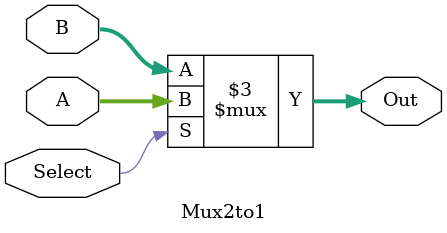
<source format=v>

module Mux2to1(Select,A,B,Out);

input [15:0]A,B;
input Select;
 
output [15:0]Out;
reg [15:0]Out;
 
always@(Select or A or B)
 begin
  case (Select)
	  1'b1:Out = A;
	  default:Out = B;
  endcase
end
 
endmodule
</source>
